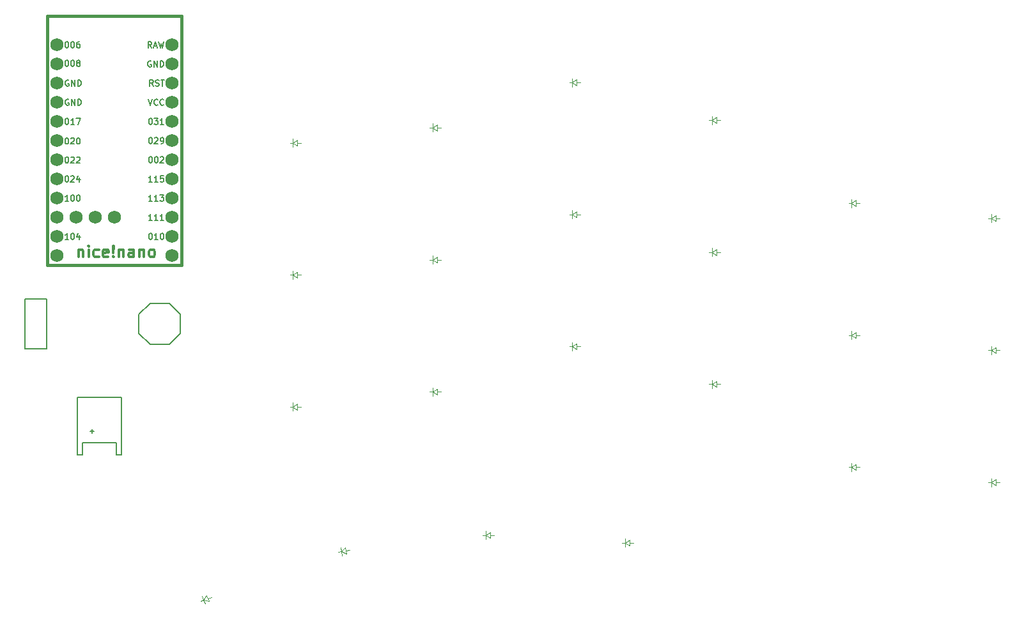
<source format=gbr>
%TF.GenerationSoftware,KiCad,Pcbnew,8.0.4*%
%TF.CreationDate,2024-08-22T13:25:09+01:00*%
%TF.ProjectId,right (v2 backup),72696768-7420-4287-9632-206261636b75,v1.0.0*%
%TF.SameCoordinates,Original*%
%TF.FileFunction,Legend,Top*%
%TF.FilePolarity,Positive*%
%FSLAX46Y46*%
G04 Gerber Fmt 4.6, Leading zero omitted, Abs format (unit mm)*
G04 Created by KiCad (PCBNEW 8.0.4) date 2024-08-22 13:25:09*
%MOMM*%
%LPD*%
G01*
G04 APERTURE LIST*
%ADD10C,0.150000*%
%ADD11C,0.300000*%
%ADD12C,0.100000*%
%ADD13C,0.381000*%
%ADD14C,1.752600*%
G04 APERTURE END LIST*
D10*
X276986512Y-29872904D02*
X276719845Y-29491951D01*
X276529369Y-29872904D02*
X276529369Y-29072904D01*
X276529369Y-29072904D02*
X276834131Y-29072904D01*
X276834131Y-29072904D02*
X276910321Y-29110999D01*
X276910321Y-29110999D02*
X276948416Y-29149094D01*
X276948416Y-29149094D02*
X276986512Y-29225285D01*
X276986512Y-29225285D02*
X276986512Y-29339570D01*
X276986512Y-29339570D02*
X276948416Y-29415761D01*
X276948416Y-29415761D02*
X276910321Y-29453856D01*
X276910321Y-29453856D02*
X276834131Y-29491951D01*
X276834131Y-29491951D02*
X276529369Y-29491951D01*
X277291273Y-29644332D02*
X277672226Y-29644332D01*
X277215083Y-29872904D02*
X277481750Y-29072904D01*
X277481750Y-29072904D02*
X277748416Y-29872904D01*
X277938892Y-29072904D02*
X278129368Y-29872904D01*
X278129368Y-29872904D02*
X278281749Y-29301475D01*
X278281749Y-29301475D02*
X278434130Y-29872904D01*
X278434130Y-29872904D02*
X278624607Y-29072904D01*
X276910321Y-31650999D02*
X276834131Y-31612904D01*
X276834131Y-31612904D02*
X276719845Y-31612904D01*
X276719845Y-31612904D02*
X276605559Y-31650999D01*
X276605559Y-31650999D02*
X276529369Y-31727189D01*
X276529369Y-31727189D02*
X276491274Y-31803380D01*
X276491274Y-31803380D02*
X276453178Y-31955761D01*
X276453178Y-31955761D02*
X276453178Y-32070047D01*
X276453178Y-32070047D02*
X276491274Y-32222428D01*
X276491274Y-32222428D02*
X276529369Y-32298618D01*
X276529369Y-32298618D02*
X276605559Y-32374809D01*
X276605559Y-32374809D02*
X276719845Y-32412904D01*
X276719845Y-32412904D02*
X276796036Y-32412904D01*
X276796036Y-32412904D02*
X276910321Y-32374809D01*
X276910321Y-32374809D02*
X276948417Y-32336713D01*
X276948417Y-32336713D02*
X276948417Y-32070047D01*
X276948417Y-32070047D02*
X276796036Y-32070047D01*
X277291274Y-32412904D02*
X277291274Y-31612904D01*
X277291274Y-31612904D02*
X277748417Y-32412904D01*
X277748417Y-32412904D02*
X277748417Y-31612904D01*
X278129369Y-32412904D02*
X278129369Y-31612904D01*
X278129369Y-31612904D02*
X278319845Y-31612904D01*
X278319845Y-31612904D02*
X278434131Y-31650999D01*
X278434131Y-31650999D02*
X278510321Y-31727189D01*
X278510321Y-31727189D02*
X278548416Y-31803380D01*
X278548416Y-31803380D02*
X278586512Y-31955761D01*
X278586512Y-31955761D02*
X278586512Y-32070047D01*
X278586512Y-32070047D02*
X278548416Y-32222428D01*
X278548416Y-32222428D02*
X278510321Y-32298618D01*
X278510321Y-32298618D02*
X278434131Y-32374809D01*
X278434131Y-32374809D02*
X278319845Y-32412904D01*
X278319845Y-32412904D02*
X278129369Y-32412904D01*
X277215083Y-34952904D02*
X276948416Y-34571951D01*
X276757940Y-34952904D02*
X276757940Y-34152904D01*
X276757940Y-34152904D02*
X277062702Y-34152904D01*
X277062702Y-34152904D02*
X277138892Y-34190999D01*
X277138892Y-34190999D02*
X277176987Y-34229094D01*
X277176987Y-34229094D02*
X277215083Y-34305285D01*
X277215083Y-34305285D02*
X277215083Y-34419570D01*
X277215083Y-34419570D02*
X277176987Y-34495761D01*
X277176987Y-34495761D02*
X277138892Y-34533856D01*
X277138892Y-34533856D02*
X277062702Y-34571951D01*
X277062702Y-34571951D02*
X276757940Y-34571951D01*
X277519844Y-34914809D02*
X277634130Y-34952904D01*
X277634130Y-34952904D02*
X277824606Y-34952904D01*
X277824606Y-34952904D02*
X277900797Y-34914809D01*
X277900797Y-34914809D02*
X277938892Y-34876713D01*
X277938892Y-34876713D02*
X277976987Y-34800523D01*
X277976987Y-34800523D02*
X277976987Y-34724332D01*
X277976987Y-34724332D02*
X277938892Y-34648142D01*
X277938892Y-34648142D02*
X277900797Y-34610047D01*
X277900797Y-34610047D02*
X277824606Y-34571951D01*
X277824606Y-34571951D02*
X277672225Y-34533856D01*
X277672225Y-34533856D02*
X277596035Y-34495761D01*
X277596035Y-34495761D02*
X277557940Y-34457666D01*
X277557940Y-34457666D02*
X277519844Y-34381475D01*
X277519844Y-34381475D02*
X277519844Y-34305285D01*
X277519844Y-34305285D02*
X277557940Y-34229094D01*
X277557940Y-34229094D02*
X277596035Y-34190999D01*
X277596035Y-34190999D02*
X277672225Y-34152904D01*
X277672225Y-34152904D02*
X277862702Y-34152904D01*
X277862702Y-34152904D02*
X277976987Y-34190999D01*
X278205559Y-34152904D02*
X278662702Y-34152904D01*
X278434130Y-34952904D02*
X278434130Y-34152904D01*
X276535702Y-36692904D02*
X276802369Y-37492904D01*
X276802369Y-37492904D02*
X277069035Y-36692904D01*
X277792845Y-37416713D02*
X277754749Y-37454809D01*
X277754749Y-37454809D02*
X277640464Y-37492904D01*
X277640464Y-37492904D02*
X277564273Y-37492904D01*
X277564273Y-37492904D02*
X277449987Y-37454809D01*
X277449987Y-37454809D02*
X277373797Y-37378618D01*
X277373797Y-37378618D02*
X277335702Y-37302428D01*
X277335702Y-37302428D02*
X277297606Y-37150047D01*
X277297606Y-37150047D02*
X277297606Y-37035761D01*
X277297606Y-37035761D02*
X277335702Y-36883380D01*
X277335702Y-36883380D02*
X277373797Y-36807189D01*
X277373797Y-36807189D02*
X277449987Y-36730999D01*
X277449987Y-36730999D02*
X277564273Y-36692904D01*
X277564273Y-36692904D02*
X277640464Y-36692904D01*
X277640464Y-36692904D02*
X277754749Y-36730999D01*
X277754749Y-36730999D02*
X277792845Y-36769094D01*
X278592845Y-37416713D02*
X278554749Y-37454809D01*
X278554749Y-37454809D02*
X278440464Y-37492904D01*
X278440464Y-37492904D02*
X278364273Y-37492904D01*
X278364273Y-37492904D02*
X278249987Y-37454809D01*
X278249987Y-37454809D02*
X278173797Y-37378618D01*
X278173797Y-37378618D02*
X278135702Y-37302428D01*
X278135702Y-37302428D02*
X278097606Y-37150047D01*
X278097606Y-37150047D02*
X278097606Y-37035761D01*
X278097606Y-37035761D02*
X278135702Y-36883380D01*
X278135702Y-36883380D02*
X278173797Y-36807189D01*
X278173797Y-36807189D02*
X278249987Y-36730999D01*
X278249987Y-36730999D02*
X278364273Y-36692904D01*
X278364273Y-36692904D02*
X278440464Y-36692904D01*
X278440464Y-36692904D02*
X278554749Y-36730999D01*
X278554749Y-36730999D02*
X278592845Y-36769094D01*
X276802369Y-39232904D02*
X276878559Y-39232904D01*
X276878559Y-39232904D02*
X276954750Y-39270999D01*
X276954750Y-39270999D02*
X276992845Y-39309094D01*
X276992845Y-39309094D02*
X277030940Y-39385285D01*
X277030940Y-39385285D02*
X277069035Y-39537666D01*
X277069035Y-39537666D02*
X277069035Y-39728142D01*
X277069035Y-39728142D02*
X277030940Y-39880523D01*
X277030940Y-39880523D02*
X276992845Y-39956713D01*
X276992845Y-39956713D02*
X276954750Y-39994809D01*
X276954750Y-39994809D02*
X276878559Y-40032904D01*
X276878559Y-40032904D02*
X276802369Y-40032904D01*
X276802369Y-40032904D02*
X276726178Y-39994809D01*
X276726178Y-39994809D02*
X276688083Y-39956713D01*
X276688083Y-39956713D02*
X276649988Y-39880523D01*
X276649988Y-39880523D02*
X276611892Y-39728142D01*
X276611892Y-39728142D02*
X276611892Y-39537666D01*
X276611892Y-39537666D02*
X276649988Y-39385285D01*
X276649988Y-39385285D02*
X276688083Y-39309094D01*
X276688083Y-39309094D02*
X276726178Y-39270999D01*
X276726178Y-39270999D02*
X276802369Y-39232904D01*
X277335702Y-39232904D02*
X277830940Y-39232904D01*
X277830940Y-39232904D02*
X277564274Y-39537666D01*
X277564274Y-39537666D02*
X277678559Y-39537666D01*
X277678559Y-39537666D02*
X277754750Y-39575761D01*
X277754750Y-39575761D02*
X277792845Y-39613856D01*
X277792845Y-39613856D02*
X277830940Y-39690047D01*
X277830940Y-39690047D02*
X277830940Y-39880523D01*
X277830940Y-39880523D02*
X277792845Y-39956713D01*
X277792845Y-39956713D02*
X277754750Y-39994809D01*
X277754750Y-39994809D02*
X277678559Y-40032904D01*
X277678559Y-40032904D02*
X277449988Y-40032904D01*
X277449988Y-40032904D02*
X277373797Y-39994809D01*
X277373797Y-39994809D02*
X277335702Y-39956713D01*
X278592845Y-40032904D02*
X278135702Y-40032904D01*
X278364274Y-40032904D02*
X278364274Y-39232904D01*
X278364274Y-39232904D02*
X278288083Y-39347189D01*
X278288083Y-39347189D02*
X278211893Y-39423380D01*
X278211893Y-39423380D02*
X278135702Y-39461475D01*
X276802369Y-41772904D02*
X276878559Y-41772904D01*
X276878559Y-41772904D02*
X276954750Y-41810999D01*
X276954750Y-41810999D02*
X276992845Y-41849094D01*
X276992845Y-41849094D02*
X277030940Y-41925285D01*
X277030940Y-41925285D02*
X277069035Y-42077666D01*
X277069035Y-42077666D02*
X277069035Y-42268142D01*
X277069035Y-42268142D02*
X277030940Y-42420523D01*
X277030940Y-42420523D02*
X276992845Y-42496713D01*
X276992845Y-42496713D02*
X276954750Y-42534809D01*
X276954750Y-42534809D02*
X276878559Y-42572904D01*
X276878559Y-42572904D02*
X276802369Y-42572904D01*
X276802369Y-42572904D02*
X276726178Y-42534809D01*
X276726178Y-42534809D02*
X276688083Y-42496713D01*
X276688083Y-42496713D02*
X276649988Y-42420523D01*
X276649988Y-42420523D02*
X276611892Y-42268142D01*
X276611892Y-42268142D02*
X276611892Y-42077666D01*
X276611892Y-42077666D02*
X276649988Y-41925285D01*
X276649988Y-41925285D02*
X276688083Y-41849094D01*
X276688083Y-41849094D02*
X276726178Y-41810999D01*
X276726178Y-41810999D02*
X276802369Y-41772904D01*
X277373797Y-41849094D02*
X277411893Y-41810999D01*
X277411893Y-41810999D02*
X277488083Y-41772904D01*
X277488083Y-41772904D02*
X277678559Y-41772904D01*
X277678559Y-41772904D02*
X277754750Y-41810999D01*
X277754750Y-41810999D02*
X277792845Y-41849094D01*
X277792845Y-41849094D02*
X277830940Y-41925285D01*
X277830940Y-41925285D02*
X277830940Y-42001475D01*
X277830940Y-42001475D02*
X277792845Y-42115761D01*
X277792845Y-42115761D02*
X277335702Y-42572904D01*
X277335702Y-42572904D02*
X277830940Y-42572904D01*
X278211893Y-42572904D02*
X278364274Y-42572904D01*
X278364274Y-42572904D02*
X278440464Y-42534809D01*
X278440464Y-42534809D02*
X278478560Y-42496713D01*
X278478560Y-42496713D02*
X278554750Y-42382428D01*
X278554750Y-42382428D02*
X278592845Y-42230047D01*
X278592845Y-42230047D02*
X278592845Y-41925285D01*
X278592845Y-41925285D02*
X278554750Y-41849094D01*
X278554750Y-41849094D02*
X278516655Y-41810999D01*
X278516655Y-41810999D02*
X278440464Y-41772904D01*
X278440464Y-41772904D02*
X278288083Y-41772904D01*
X278288083Y-41772904D02*
X278211893Y-41810999D01*
X278211893Y-41810999D02*
X278173798Y-41849094D01*
X278173798Y-41849094D02*
X278135702Y-41925285D01*
X278135702Y-41925285D02*
X278135702Y-42115761D01*
X278135702Y-42115761D02*
X278173798Y-42191951D01*
X278173798Y-42191951D02*
X278211893Y-42230047D01*
X278211893Y-42230047D02*
X278288083Y-42268142D01*
X278288083Y-42268142D02*
X278440464Y-42268142D01*
X278440464Y-42268142D02*
X278516655Y-42230047D01*
X278516655Y-42230047D02*
X278554750Y-42191951D01*
X278554750Y-42191951D02*
X278592845Y-42115761D01*
X276802369Y-44312904D02*
X276878559Y-44312904D01*
X276878559Y-44312904D02*
X276954750Y-44350999D01*
X276954750Y-44350999D02*
X276992845Y-44389094D01*
X276992845Y-44389094D02*
X277030940Y-44465285D01*
X277030940Y-44465285D02*
X277069035Y-44617666D01*
X277069035Y-44617666D02*
X277069035Y-44808142D01*
X277069035Y-44808142D02*
X277030940Y-44960523D01*
X277030940Y-44960523D02*
X276992845Y-45036713D01*
X276992845Y-45036713D02*
X276954750Y-45074809D01*
X276954750Y-45074809D02*
X276878559Y-45112904D01*
X276878559Y-45112904D02*
X276802369Y-45112904D01*
X276802369Y-45112904D02*
X276726178Y-45074809D01*
X276726178Y-45074809D02*
X276688083Y-45036713D01*
X276688083Y-45036713D02*
X276649988Y-44960523D01*
X276649988Y-44960523D02*
X276611892Y-44808142D01*
X276611892Y-44808142D02*
X276611892Y-44617666D01*
X276611892Y-44617666D02*
X276649988Y-44465285D01*
X276649988Y-44465285D02*
X276688083Y-44389094D01*
X276688083Y-44389094D02*
X276726178Y-44350999D01*
X276726178Y-44350999D02*
X276802369Y-44312904D01*
X277564274Y-44312904D02*
X277640464Y-44312904D01*
X277640464Y-44312904D02*
X277716655Y-44350999D01*
X277716655Y-44350999D02*
X277754750Y-44389094D01*
X277754750Y-44389094D02*
X277792845Y-44465285D01*
X277792845Y-44465285D02*
X277830940Y-44617666D01*
X277830940Y-44617666D02*
X277830940Y-44808142D01*
X277830940Y-44808142D02*
X277792845Y-44960523D01*
X277792845Y-44960523D02*
X277754750Y-45036713D01*
X277754750Y-45036713D02*
X277716655Y-45074809D01*
X277716655Y-45074809D02*
X277640464Y-45112904D01*
X277640464Y-45112904D02*
X277564274Y-45112904D01*
X277564274Y-45112904D02*
X277488083Y-45074809D01*
X277488083Y-45074809D02*
X277449988Y-45036713D01*
X277449988Y-45036713D02*
X277411893Y-44960523D01*
X277411893Y-44960523D02*
X277373797Y-44808142D01*
X277373797Y-44808142D02*
X277373797Y-44617666D01*
X277373797Y-44617666D02*
X277411893Y-44465285D01*
X277411893Y-44465285D02*
X277449988Y-44389094D01*
X277449988Y-44389094D02*
X277488083Y-44350999D01*
X277488083Y-44350999D02*
X277564274Y-44312904D01*
X278135702Y-44389094D02*
X278173798Y-44350999D01*
X278173798Y-44350999D02*
X278249988Y-44312904D01*
X278249988Y-44312904D02*
X278440464Y-44312904D01*
X278440464Y-44312904D02*
X278516655Y-44350999D01*
X278516655Y-44350999D02*
X278554750Y-44389094D01*
X278554750Y-44389094D02*
X278592845Y-44465285D01*
X278592845Y-44465285D02*
X278592845Y-44541475D01*
X278592845Y-44541475D02*
X278554750Y-44655761D01*
X278554750Y-44655761D02*
X278097607Y-45112904D01*
X278097607Y-45112904D02*
X278592845Y-45112904D01*
X277069035Y-47652904D02*
X276611892Y-47652904D01*
X276840464Y-47652904D02*
X276840464Y-46852904D01*
X276840464Y-46852904D02*
X276764273Y-46967189D01*
X276764273Y-46967189D02*
X276688083Y-47043380D01*
X276688083Y-47043380D02*
X276611892Y-47081475D01*
X277830940Y-47652904D02*
X277373797Y-47652904D01*
X277602369Y-47652904D02*
X277602369Y-46852904D01*
X277602369Y-46852904D02*
X277526178Y-46967189D01*
X277526178Y-46967189D02*
X277449988Y-47043380D01*
X277449988Y-47043380D02*
X277373797Y-47081475D01*
X278554750Y-46852904D02*
X278173798Y-46852904D01*
X278173798Y-46852904D02*
X278135702Y-47233856D01*
X278135702Y-47233856D02*
X278173798Y-47195761D01*
X278173798Y-47195761D02*
X278249988Y-47157666D01*
X278249988Y-47157666D02*
X278440464Y-47157666D01*
X278440464Y-47157666D02*
X278516655Y-47195761D01*
X278516655Y-47195761D02*
X278554750Y-47233856D01*
X278554750Y-47233856D02*
X278592845Y-47310047D01*
X278592845Y-47310047D02*
X278592845Y-47500523D01*
X278592845Y-47500523D02*
X278554750Y-47576713D01*
X278554750Y-47576713D02*
X278516655Y-47614809D01*
X278516655Y-47614809D02*
X278440464Y-47652904D01*
X278440464Y-47652904D02*
X278249988Y-47652904D01*
X278249988Y-47652904D02*
X278173798Y-47614809D01*
X278173798Y-47614809D02*
X278135702Y-47576713D01*
X277069035Y-50192904D02*
X276611892Y-50192904D01*
X276840464Y-50192904D02*
X276840464Y-49392904D01*
X276840464Y-49392904D02*
X276764273Y-49507189D01*
X276764273Y-49507189D02*
X276688083Y-49583380D01*
X276688083Y-49583380D02*
X276611892Y-49621475D01*
X277830940Y-50192904D02*
X277373797Y-50192904D01*
X277602369Y-50192904D02*
X277602369Y-49392904D01*
X277602369Y-49392904D02*
X277526178Y-49507189D01*
X277526178Y-49507189D02*
X277449988Y-49583380D01*
X277449988Y-49583380D02*
X277373797Y-49621475D01*
X278097607Y-49392904D02*
X278592845Y-49392904D01*
X278592845Y-49392904D02*
X278326179Y-49697666D01*
X278326179Y-49697666D02*
X278440464Y-49697666D01*
X278440464Y-49697666D02*
X278516655Y-49735761D01*
X278516655Y-49735761D02*
X278554750Y-49773856D01*
X278554750Y-49773856D02*
X278592845Y-49850047D01*
X278592845Y-49850047D02*
X278592845Y-50040523D01*
X278592845Y-50040523D02*
X278554750Y-50116713D01*
X278554750Y-50116713D02*
X278516655Y-50154809D01*
X278516655Y-50154809D02*
X278440464Y-50192904D01*
X278440464Y-50192904D02*
X278211893Y-50192904D01*
X278211893Y-50192904D02*
X278135702Y-50154809D01*
X278135702Y-50154809D02*
X278097607Y-50116713D01*
X277069035Y-52732904D02*
X276611892Y-52732904D01*
X276840464Y-52732904D02*
X276840464Y-51932904D01*
X276840464Y-51932904D02*
X276764273Y-52047189D01*
X276764273Y-52047189D02*
X276688083Y-52123380D01*
X276688083Y-52123380D02*
X276611892Y-52161475D01*
X277830940Y-52732904D02*
X277373797Y-52732904D01*
X277602369Y-52732904D02*
X277602369Y-51932904D01*
X277602369Y-51932904D02*
X277526178Y-52047189D01*
X277526178Y-52047189D02*
X277449988Y-52123380D01*
X277449988Y-52123380D02*
X277373797Y-52161475D01*
X278592845Y-52732904D02*
X278135702Y-52732904D01*
X278364274Y-52732904D02*
X278364274Y-51932904D01*
X278364274Y-51932904D02*
X278288083Y-52047189D01*
X278288083Y-52047189D02*
X278211893Y-52123380D01*
X278211893Y-52123380D02*
X278135702Y-52161475D01*
X276802369Y-54472904D02*
X276878559Y-54472904D01*
X276878559Y-54472904D02*
X276954750Y-54510999D01*
X276954750Y-54510999D02*
X276992845Y-54549094D01*
X276992845Y-54549094D02*
X277030940Y-54625285D01*
X277030940Y-54625285D02*
X277069035Y-54777666D01*
X277069035Y-54777666D02*
X277069035Y-54968142D01*
X277069035Y-54968142D02*
X277030940Y-55120523D01*
X277030940Y-55120523D02*
X276992845Y-55196713D01*
X276992845Y-55196713D02*
X276954750Y-55234809D01*
X276954750Y-55234809D02*
X276878559Y-55272904D01*
X276878559Y-55272904D02*
X276802369Y-55272904D01*
X276802369Y-55272904D02*
X276726178Y-55234809D01*
X276726178Y-55234809D02*
X276688083Y-55196713D01*
X276688083Y-55196713D02*
X276649988Y-55120523D01*
X276649988Y-55120523D02*
X276611892Y-54968142D01*
X276611892Y-54968142D02*
X276611892Y-54777666D01*
X276611892Y-54777666D02*
X276649988Y-54625285D01*
X276649988Y-54625285D02*
X276688083Y-54549094D01*
X276688083Y-54549094D02*
X276726178Y-54510999D01*
X276726178Y-54510999D02*
X276802369Y-54472904D01*
X277830940Y-55272904D02*
X277373797Y-55272904D01*
X277602369Y-55272904D02*
X277602369Y-54472904D01*
X277602369Y-54472904D02*
X277526178Y-54587189D01*
X277526178Y-54587189D02*
X277449988Y-54663380D01*
X277449988Y-54663380D02*
X277373797Y-54701475D01*
X278326179Y-54472904D02*
X278402369Y-54472904D01*
X278402369Y-54472904D02*
X278478560Y-54510999D01*
X278478560Y-54510999D02*
X278516655Y-54549094D01*
X278516655Y-54549094D02*
X278554750Y-54625285D01*
X278554750Y-54625285D02*
X278592845Y-54777666D01*
X278592845Y-54777666D02*
X278592845Y-54968142D01*
X278592845Y-54968142D02*
X278554750Y-55120523D01*
X278554750Y-55120523D02*
X278516655Y-55196713D01*
X278516655Y-55196713D02*
X278478560Y-55234809D01*
X278478560Y-55234809D02*
X278402369Y-55272904D01*
X278402369Y-55272904D02*
X278326179Y-55272904D01*
X278326179Y-55272904D02*
X278249988Y-55234809D01*
X278249988Y-55234809D02*
X278211893Y-55196713D01*
X278211893Y-55196713D02*
X278173798Y-55120523D01*
X278173798Y-55120523D02*
X278135702Y-54968142D01*
X278135702Y-54968142D02*
X278135702Y-54777666D01*
X278135702Y-54777666D02*
X278173798Y-54625285D01*
X278173798Y-54625285D02*
X278211893Y-54549094D01*
X278211893Y-54549094D02*
X278249988Y-54510999D01*
X278249988Y-54510999D02*
X278326179Y-54472904D01*
X265727988Y-29072904D02*
X265804178Y-29072904D01*
X265804178Y-29072904D02*
X265880369Y-29110999D01*
X265880369Y-29110999D02*
X265918464Y-29149094D01*
X265918464Y-29149094D02*
X265956559Y-29225285D01*
X265956559Y-29225285D02*
X265994654Y-29377666D01*
X265994654Y-29377666D02*
X265994654Y-29568142D01*
X265994654Y-29568142D02*
X265956559Y-29720523D01*
X265956559Y-29720523D02*
X265918464Y-29796713D01*
X265918464Y-29796713D02*
X265880369Y-29834809D01*
X265880369Y-29834809D02*
X265804178Y-29872904D01*
X265804178Y-29872904D02*
X265727988Y-29872904D01*
X265727988Y-29872904D02*
X265651797Y-29834809D01*
X265651797Y-29834809D02*
X265613702Y-29796713D01*
X265613702Y-29796713D02*
X265575607Y-29720523D01*
X265575607Y-29720523D02*
X265537511Y-29568142D01*
X265537511Y-29568142D02*
X265537511Y-29377666D01*
X265537511Y-29377666D02*
X265575607Y-29225285D01*
X265575607Y-29225285D02*
X265613702Y-29149094D01*
X265613702Y-29149094D02*
X265651797Y-29110999D01*
X265651797Y-29110999D02*
X265727988Y-29072904D01*
X266489893Y-29072904D02*
X266566083Y-29072904D01*
X266566083Y-29072904D02*
X266642274Y-29110999D01*
X266642274Y-29110999D02*
X266680369Y-29149094D01*
X266680369Y-29149094D02*
X266718464Y-29225285D01*
X266718464Y-29225285D02*
X266756559Y-29377666D01*
X266756559Y-29377666D02*
X266756559Y-29568142D01*
X266756559Y-29568142D02*
X266718464Y-29720523D01*
X266718464Y-29720523D02*
X266680369Y-29796713D01*
X266680369Y-29796713D02*
X266642274Y-29834809D01*
X266642274Y-29834809D02*
X266566083Y-29872904D01*
X266566083Y-29872904D02*
X266489893Y-29872904D01*
X266489893Y-29872904D02*
X266413702Y-29834809D01*
X266413702Y-29834809D02*
X266375607Y-29796713D01*
X266375607Y-29796713D02*
X266337512Y-29720523D01*
X266337512Y-29720523D02*
X266299416Y-29568142D01*
X266299416Y-29568142D02*
X266299416Y-29377666D01*
X266299416Y-29377666D02*
X266337512Y-29225285D01*
X266337512Y-29225285D02*
X266375607Y-29149094D01*
X266375607Y-29149094D02*
X266413702Y-29110999D01*
X266413702Y-29110999D02*
X266489893Y-29072904D01*
X267442274Y-29072904D02*
X267289893Y-29072904D01*
X267289893Y-29072904D02*
X267213702Y-29110999D01*
X267213702Y-29110999D02*
X267175607Y-29149094D01*
X267175607Y-29149094D02*
X267099417Y-29263380D01*
X267099417Y-29263380D02*
X267061321Y-29415761D01*
X267061321Y-29415761D02*
X267061321Y-29720523D01*
X267061321Y-29720523D02*
X267099417Y-29796713D01*
X267099417Y-29796713D02*
X267137512Y-29834809D01*
X267137512Y-29834809D02*
X267213702Y-29872904D01*
X267213702Y-29872904D02*
X267366083Y-29872904D01*
X267366083Y-29872904D02*
X267442274Y-29834809D01*
X267442274Y-29834809D02*
X267480369Y-29796713D01*
X267480369Y-29796713D02*
X267518464Y-29720523D01*
X267518464Y-29720523D02*
X267518464Y-29530047D01*
X267518464Y-29530047D02*
X267480369Y-29453856D01*
X267480369Y-29453856D02*
X267442274Y-29415761D01*
X267442274Y-29415761D02*
X267366083Y-29377666D01*
X267366083Y-29377666D02*
X267213702Y-29377666D01*
X267213702Y-29377666D02*
X267137512Y-29415761D01*
X267137512Y-29415761D02*
X267099417Y-29453856D01*
X267099417Y-29453856D02*
X267061321Y-29530047D01*
X265727988Y-31542904D02*
X265804178Y-31542904D01*
X265804178Y-31542904D02*
X265880369Y-31580999D01*
X265880369Y-31580999D02*
X265918464Y-31619094D01*
X265918464Y-31619094D02*
X265956559Y-31695285D01*
X265956559Y-31695285D02*
X265994654Y-31847666D01*
X265994654Y-31847666D02*
X265994654Y-32038142D01*
X265994654Y-32038142D02*
X265956559Y-32190523D01*
X265956559Y-32190523D02*
X265918464Y-32266713D01*
X265918464Y-32266713D02*
X265880369Y-32304809D01*
X265880369Y-32304809D02*
X265804178Y-32342904D01*
X265804178Y-32342904D02*
X265727988Y-32342904D01*
X265727988Y-32342904D02*
X265651797Y-32304809D01*
X265651797Y-32304809D02*
X265613702Y-32266713D01*
X265613702Y-32266713D02*
X265575607Y-32190523D01*
X265575607Y-32190523D02*
X265537511Y-32038142D01*
X265537511Y-32038142D02*
X265537511Y-31847666D01*
X265537511Y-31847666D02*
X265575607Y-31695285D01*
X265575607Y-31695285D02*
X265613702Y-31619094D01*
X265613702Y-31619094D02*
X265651797Y-31580999D01*
X265651797Y-31580999D02*
X265727988Y-31542904D01*
X266489893Y-31542904D02*
X266566083Y-31542904D01*
X266566083Y-31542904D02*
X266642274Y-31580999D01*
X266642274Y-31580999D02*
X266680369Y-31619094D01*
X266680369Y-31619094D02*
X266718464Y-31695285D01*
X266718464Y-31695285D02*
X266756559Y-31847666D01*
X266756559Y-31847666D02*
X266756559Y-32038142D01*
X266756559Y-32038142D02*
X266718464Y-32190523D01*
X266718464Y-32190523D02*
X266680369Y-32266713D01*
X266680369Y-32266713D02*
X266642274Y-32304809D01*
X266642274Y-32304809D02*
X266566083Y-32342904D01*
X266566083Y-32342904D02*
X266489893Y-32342904D01*
X266489893Y-32342904D02*
X266413702Y-32304809D01*
X266413702Y-32304809D02*
X266375607Y-32266713D01*
X266375607Y-32266713D02*
X266337512Y-32190523D01*
X266337512Y-32190523D02*
X266299416Y-32038142D01*
X266299416Y-32038142D02*
X266299416Y-31847666D01*
X266299416Y-31847666D02*
X266337512Y-31695285D01*
X266337512Y-31695285D02*
X266375607Y-31619094D01*
X266375607Y-31619094D02*
X266413702Y-31580999D01*
X266413702Y-31580999D02*
X266489893Y-31542904D01*
X267213702Y-31885761D02*
X267137512Y-31847666D01*
X267137512Y-31847666D02*
X267099417Y-31809570D01*
X267099417Y-31809570D02*
X267061321Y-31733380D01*
X267061321Y-31733380D02*
X267061321Y-31695285D01*
X267061321Y-31695285D02*
X267099417Y-31619094D01*
X267099417Y-31619094D02*
X267137512Y-31580999D01*
X267137512Y-31580999D02*
X267213702Y-31542904D01*
X267213702Y-31542904D02*
X267366083Y-31542904D01*
X267366083Y-31542904D02*
X267442274Y-31580999D01*
X267442274Y-31580999D02*
X267480369Y-31619094D01*
X267480369Y-31619094D02*
X267518464Y-31695285D01*
X267518464Y-31695285D02*
X267518464Y-31733380D01*
X267518464Y-31733380D02*
X267480369Y-31809570D01*
X267480369Y-31809570D02*
X267442274Y-31847666D01*
X267442274Y-31847666D02*
X267366083Y-31885761D01*
X267366083Y-31885761D02*
X267213702Y-31885761D01*
X267213702Y-31885761D02*
X267137512Y-31923856D01*
X267137512Y-31923856D02*
X267099417Y-31961951D01*
X267099417Y-31961951D02*
X267061321Y-32038142D01*
X267061321Y-32038142D02*
X267061321Y-32190523D01*
X267061321Y-32190523D02*
X267099417Y-32266713D01*
X267099417Y-32266713D02*
X267137512Y-32304809D01*
X267137512Y-32304809D02*
X267213702Y-32342904D01*
X267213702Y-32342904D02*
X267366083Y-32342904D01*
X267366083Y-32342904D02*
X267442274Y-32304809D01*
X267442274Y-32304809D02*
X267480369Y-32266713D01*
X267480369Y-32266713D02*
X267518464Y-32190523D01*
X267518464Y-32190523D02*
X267518464Y-32038142D01*
X267518464Y-32038142D02*
X267480369Y-31961951D01*
X267480369Y-31961951D02*
X267442274Y-31923856D01*
X267442274Y-31923856D02*
X267366083Y-31885761D01*
X265994654Y-34190999D02*
X265918464Y-34152904D01*
X265918464Y-34152904D02*
X265804178Y-34152904D01*
X265804178Y-34152904D02*
X265689892Y-34190999D01*
X265689892Y-34190999D02*
X265613702Y-34267189D01*
X265613702Y-34267189D02*
X265575607Y-34343380D01*
X265575607Y-34343380D02*
X265537511Y-34495761D01*
X265537511Y-34495761D02*
X265537511Y-34610047D01*
X265537511Y-34610047D02*
X265575607Y-34762428D01*
X265575607Y-34762428D02*
X265613702Y-34838618D01*
X265613702Y-34838618D02*
X265689892Y-34914809D01*
X265689892Y-34914809D02*
X265804178Y-34952904D01*
X265804178Y-34952904D02*
X265880369Y-34952904D01*
X265880369Y-34952904D02*
X265994654Y-34914809D01*
X265994654Y-34914809D02*
X266032750Y-34876713D01*
X266032750Y-34876713D02*
X266032750Y-34610047D01*
X266032750Y-34610047D02*
X265880369Y-34610047D01*
X266375607Y-34952904D02*
X266375607Y-34152904D01*
X266375607Y-34152904D02*
X266832750Y-34952904D01*
X266832750Y-34952904D02*
X266832750Y-34152904D01*
X267213702Y-34952904D02*
X267213702Y-34152904D01*
X267213702Y-34152904D02*
X267404178Y-34152904D01*
X267404178Y-34152904D02*
X267518464Y-34190999D01*
X267518464Y-34190999D02*
X267594654Y-34267189D01*
X267594654Y-34267189D02*
X267632749Y-34343380D01*
X267632749Y-34343380D02*
X267670845Y-34495761D01*
X267670845Y-34495761D02*
X267670845Y-34610047D01*
X267670845Y-34610047D02*
X267632749Y-34762428D01*
X267632749Y-34762428D02*
X267594654Y-34838618D01*
X267594654Y-34838618D02*
X267518464Y-34914809D01*
X267518464Y-34914809D02*
X267404178Y-34952904D01*
X267404178Y-34952904D02*
X267213702Y-34952904D01*
X265994655Y-36730999D02*
X265918465Y-36692904D01*
X265918465Y-36692904D02*
X265804179Y-36692904D01*
X265804179Y-36692904D02*
X265689893Y-36730999D01*
X265689893Y-36730999D02*
X265613703Y-36807189D01*
X265613703Y-36807189D02*
X265575608Y-36883380D01*
X265575608Y-36883380D02*
X265537512Y-37035761D01*
X265537512Y-37035761D02*
X265537512Y-37150047D01*
X265537512Y-37150047D02*
X265575608Y-37302428D01*
X265575608Y-37302428D02*
X265613703Y-37378618D01*
X265613703Y-37378618D02*
X265689893Y-37454809D01*
X265689893Y-37454809D02*
X265804179Y-37492904D01*
X265804179Y-37492904D02*
X265880370Y-37492904D01*
X265880370Y-37492904D02*
X265994655Y-37454809D01*
X265994655Y-37454809D02*
X266032751Y-37416713D01*
X266032751Y-37416713D02*
X266032751Y-37150047D01*
X266032751Y-37150047D02*
X265880370Y-37150047D01*
X266375608Y-37492904D02*
X266375608Y-36692904D01*
X266375608Y-36692904D02*
X266832751Y-37492904D01*
X266832751Y-37492904D02*
X266832751Y-36692904D01*
X267213703Y-37492904D02*
X267213703Y-36692904D01*
X267213703Y-36692904D02*
X267404179Y-36692904D01*
X267404179Y-36692904D02*
X267518465Y-36730999D01*
X267518465Y-36730999D02*
X267594655Y-36807189D01*
X267594655Y-36807189D02*
X267632750Y-36883380D01*
X267632750Y-36883380D02*
X267670846Y-37035761D01*
X267670846Y-37035761D02*
X267670846Y-37150047D01*
X267670846Y-37150047D02*
X267632750Y-37302428D01*
X267632750Y-37302428D02*
X267594655Y-37378618D01*
X267594655Y-37378618D02*
X267518465Y-37454809D01*
X267518465Y-37454809D02*
X267404179Y-37492904D01*
X267404179Y-37492904D02*
X267213703Y-37492904D01*
X265727988Y-39242904D02*
X265804178Y-39242904D01*
X265804178Y-39242904D02*
X265880369Y-39280999D01*
X265880369Y-39280999D02*
X265918464Y-39319094D01*
X265918464Y-39319094D02*
X265956559Y-39395285D01*
X265956559Y-39395285D02*
X265994654Y-39547666D01*
X265994654Y-39547666D02*
X265994654Y-39738142D01*
X265994654Y-39738142D02*
X265956559Y-39890523D01*
X265956559Y-39890523D02*
X265918464Y-39966713D01*
X265918464Y-39966713D02*
X265880369Y-40004809D01*
X265880369Y-40004809D02*
X265804178Y-40042904D01*
X265804178Y-40042904D02*
X265727988Y-40042904D01*
X265727988Y-40042904D02*
X265651797Y-40004809D01*
X265651797Y-40004809D02*
X265613702Y-39966713D01*
X265613702Y-39966713D02*
X265575607Y-39890523D01*
X265575607Y-39890523D02*
X265537511Y-39738142D01*
X265537511Y-39738142D02*
X265537511Y-39547666D01*
X265537511Y-39547666D02*
X265575607Y-39395285D01*
X265575607Y-39395285D02*
X265613702Y-39319094D01*
X265613702Y-39319094D02*
X265651797Y-39280999D01*
X265651797Y-39280999D02*
X265727988Y-39242904D01*
X266756559Y-40042904D02*
X266299416Y-40042904D01*
X266527988Y-40042904D02*
X266527988Y-39242904D01*
X266527988Y-39242904D02*
X266451797Y-39357189D01*
X266451797Y-39357189D02*
X266375607Y-39433380D01*
X266375607Y-39433380D02*
X266299416Y-39471475D01*
X267023226Y-39242904D02*
X267556560Y-39242904D01*
X267556560Y-39242904D02*
X267213702Y-40042904D01*
X265727988Y-41842904D02*
X265804178Y-41842904D01*
X265804178Y-41842904D02*
X265880369Y-41880999D01*
X265880369Y-41880999D02*
X265918464Y-41919094D01*
X265918464Y-41919094D02*
X265956559Y-41995285D01*
X265956559Y-41995285D02*
X265994654Y-42147666D01*
X265994654Y-42147666D02*
X265994654Y-42338142D01*
X265994654Y-42338142D02*
X265956559Y-42490523D01*
X265956559Y-42490523D02*
X265918464Y-42566713D01*
X265918464Y-42566713D02*
X265880369Y-42604809D01*
X265880369Y-42604809D02*
X265804178Y-42642904D01*
X265804178Y-42642904D02*
X265727988Y-42642904D01*
X265727988Y-42642904D02*
X265651797Y-42604809D01*
X265651797Y-42604809D02*
X265613702Y-42566713D01*
X265613702Y-42566713D02*
X265575607Y-42490523D01*
X265575607Y-42490523D02*
X265537511Y-42338142D01*
X265537511Y-42338142D02*
X265537511Y-42147666D01*
X265537511Y-42147666D02*
X265575607Y-41995285D01*
X265575607Y-41995285D02*
X265613702Y-41919094D01*
X265613702Y-41919094D02*
X265651797Y-41880999D01*
X265651797Y-41880999D02*
X265727988Y-41842904D01*
X266299416Y-41919094D02*
X266337512Y-41880999D01*
X266337512Y-41880999D02*
X266413702Y-41842904D01*
X266413702Y-41842904D02*
X266604178Y-41842904D01*
X266604178Y-41842904D02*
X266680369Y-41880999D01*
X266680369Y-41880999D02*
X266718464Y-41919094D01*
X266718464Y-41919094D02*
X266756559Y-41995285D01*
X266756559Y-41995285D02*
X266756559Y-42071475D01*
X266756559Y-42071475D02*
X266718464Y-42185761D01*
X266718464Y-42185761D02*
X266261321Y-42642904D01*
X266261321Y-42642904D02*
X266756559Y-42642904D01*
X267251798Y-41842904D02*
X267327988Y-41842904D01*
X267327988Y-41842904D02*
X267404179Y-41880999D01*
X267404179Y-41880999D02*
X267442274Y-41919094D01*
X267442274Y-41919094D02*
X267480369Y-41995285D01*
X267480369Y-41995285D02*
X267518464Y-42147666D01*
X267518464Y-42147666D02*
X267518464Y-42338142D01*
X267518464Y-42338142D02*
X267480369Y-42490523D01*
X267480369Y-42490523D02*
X267442274Y-42566713D01*
X267442274Y-42566713D02*
X267404179Y-42604809D01*
X267404179Y-42604809D02*
X267327988Y-42642904D01*
X267327988Y-42642904D02*
X267251798Y-42642904D01*
X267251798Y-42642904D02*
X267175607Y-42604809D01*
X267175607Y-42604809D02*
X267137512Y-42566713D01*
X267137512Y-42566713D02*
X267099417Y-42490523D01*
X267099417Y-42490523D02*
X267061321Y-42338142D01*
X267061321Y-42338142D02*
X267061321Y-42147666D01*
X267061321Y-42147666D02*
X267099417Y-41995285D01*
X267099417Y-41995285D02*
X267137512Y-41919094D01*
X267137512Y-41919094D02*
X267175607Y-41880999D01*
X267175607Y-41880999D02*
X267251798Y-41842904D01*
X265727988Y-44342904D02*
X265804178Y-44342904D01*
X265804178Y-44342904D02*
X265880369Y-44380999D01*
X265880369Y-44380999D02*
X265918464Y-44419094D01*
X265918464Y-44419094D02*
X265956559Y-44495285D01*
X265956559Y-44495285D02*
X265994654Y-44647666D01*
X265994654Y-44647666D02*
X265994654Y-44838142D01*
X265994654Y-44838142D02*
X265956559Y-44990523D01*
X265956559Y-44990523D02*
X265918464Y-45066713D01*
X265918464Y-45066713D02*
X265880369Y-45104809D01*
X265880369Y-45104809D02*
X265804178Y-45142904D01*
X265804178Y-45142904D02*
X265727988Y-45142904D01*
X265727988Y-45142904D02*
X265651797Y-45104809D01*
X265651797Y-45104809D02*
X265613702Y-45066713D01*
X265613702Y-45066713D02*
X265575607Y-44990523D01*
X265575607Y-44990523D02*
X265537511Y-44838142D01*
X265537511Y-44838142D02*
X265537511Y-44647666D01*
X265537511Y-44647666D02*
X265575607Y-44495285D01*
X265575607Y-44495285D02*
X265613702Y-44419094D01*
X265613702Y-44419094D02*
X265651797Y-44380999D01*
X265651797Y-44380999D02*
X265727988Y-44342904D01*
X266299416Y-44419094D02*
X266337512Y-44380999D01*
X266337512Y-44380999D02*
X266413702Y-44342904D01*
X266413702Y-44342904D02*
X266604178Y-44342904D01*
X266604178Y-44342904D02*
X266680369Y-44380999D01*
X266680369Y-44380999D02*
X266718464Y-44419094D01*
X266718464Y-44419094D02*
X266756559Y-44495285D01*
X266756559Y-44495285D02*
X266756559Y-44571475D01*
X266756559Y-44571475D02*
X266718464Y-44685761D01*
X266718464Y-44685761D02*
X266261321Y-45142904D01*
X266261321Y-45142904D02*
X266756559Y-45142904D01*
X267061321Y-44419094D02*
X267099417Y-44380999D01*
X267099417Y-44380999D02*
X267175607Y-44342904D01*
X267175607Y-44342904D02*
X267366083Y-44342904D01*
X267366083Y-44342904D02*
X267442274Y-44380999D01*
X267442274Y-44380999D02*
X267480369Y-44419094D01*
X267480369Y-44419094D02*
X267518464Y-44495285D01*
X267518464Y-44495285D02*
X267518464Y-44571475D01*
X267518464Y-44571475D02*
X267480369Y-44685761D01*
X267480369Y-44685761D02*
X267023226Y-45142904D01*
X267023226Y-45142904D02*
X267518464Y-45142904D01*
X265727988Y-46852904D02*
X265804178Y-46852904D01*
X265804178Y-46852904D02*
X265880369Y-46890999D01*
X265880369Y-46890999D02*
X265918464Y-46929094D01*
X265918464Y-46929094D02*
X265956559Y-47005285D01*
X265956559Y-47005285D02*
X265994654Y-47157666D01*
X265994654Y-47157666D02*
X265994654Y-47348142D01*
X265994654Y-47348142D02*
X265956559Y-47500523D01*
X265956559Y-47500523D02*
X265918464Y-47576713D01*
X265918464Y-47576713D02*
X265880369Y-47614809D01*
X265880369Y-47614809D02*
X265804178Y-47652904D01*
X265804178Y-47652904D02*
X265727988Y-47652904D01*
X265727988Y-47652904D02*
X265651797Y-47614809D01*
X265651797Y-47614809D02*
X265613702Y-47576713D01*
X265613702Y-47576713D02*
X265575607Y-47500523D01*
X265575607Y-47500523D02*
X265537511Y-47348142D01*
X265537511Y-47348142D02*
X265537511Y-47157666D01*
X265537511Y-47157666D02*
X265575607Y-47005285D01*
X265575607Y-47005285D02*
X265613702Y-46929094D01*
X265613702Y-46929094D02*
X265651797Y-46890999D01*
X265651797Y-46890999D02*
X265727988Y-46852904D01*
X266299416Y-46929094D02*
X266337512Y-46890999D01*
X266337512Y-46890999D02*
X266413702Y-46852904D01*
X266413702Y-46852904D02*
X266604178Y-46852904D01*
X266604178Y-46852904D02*
X266680369Y-46890999D01*
X266680369Y-46890999D02*
X266718464Y-46929094D01*
X266718464Y-46929094D02*
X266756559Y-47005285D01*
X266756559Y-47005285D02*
X266756559Y-47081475D01*
X266756559Y-47081475D02*
X266718464Y-47195761D01*
X266718464Y-47195761D02*
X266261321Y-47652904D01*
X266261321Y-47652904D02*
X266756559Y-47652904D01*
X267442274Y-47119570D02*
X267442274Y-47652904D01*
X267251798Y-46814809D02*
X267061321Y-47386237D01*
X267061321Y-47386237D02*
X267556560Y-47386237D01*
X265994654Y-50192904D02*
X265537511Y-50192904D01*
X265766083Y-50192904D02*
X265766083Y-49392904D01*
X265766083Y-49392904D02*
X265689892Y-49507189D01*
X265689892Y-49507189D02*
X265613702Y-49583380D01*
X265613702Y-49583380D02*
X265537511Y-49621475D01*
X266489893Y-49392904D02*
X266566083Y-49392904D01*
X266566083Y-49392904D02*
X266642274Y-49430999D01*
X266642274Y-49430999D02*
X266680369Y-49469094D01*
X266680369Y-49469094D02*
X266718464Y-49545285D01*
X266718464Y-49545285D02*
X266756559Y-49697666D01*
X266756559Y-49697666D02*
X266756559Y-49888142D01*
X266756559Y-49888142D02*
X266718464Y-50040523D01*
X266718464Y-50040523D02*
X266680369Y-50116713D01*
X266680369Y-50116713D02*
X266642274Y-50154809D01*
X266642274Y-50154809D02*
X266566083Y-50192904D01*
X266566083Y-50192904D02*
X266489893Y-50192904D01*
X266489893Y-50192904D02*
X266413702Y-50154809D01*
X266413702Y-50154809D02*
X266375607Y-50116713D01*
X266375607Y-50116713D02*
X266337512Y-50040523D01*
X266337512Y-50040523D02*
X266299416Y-49888142D01*
X266299416Y-49888142D02*
X266299416Y-49697666D01*
X266299416Y-49697666D02*
X266337512Y-49545285D01*
X266337512Y-49545285D02*
X266375607Y-49469094D01*
X266375607Y-49469094D02*
X266413702Y-49430999D01*
X266413702Y-49430999D02*
X266489893Y-49392904D01*
X267251798Y-49392904D02*
X267327988Y-49392904D01*
X267327988Y-49392904D02*
X267404179Y-49430999D01*
X267404179Y-49430999D02*
X267442274Y-49469094D01*
X267442274Y-49469094D02*
X267480369Y-49545285D01*
X267480369Y-49545285D02*
X267518464Y-49697666D01*
X267518464Y-49697666D02*
X267518464Y-49888142D01*
X267518464Y-49888142D02*
X267480369Y-50040523D01*
X267480369Y-50040523D02*
X267442274Y-50116713D01*
X267442274Y-50116713D02*
X267404179Y-50154809D01*
X267404179Y-50154809D02*
X267327988Y-50192904D01*
X267327988Y-50192904D02*
X267251798Y-50192904D01*
X267251798Y-50192904D02*
X267175607Y-50154809D01*
X267175607Y-50154809D02*
X267137512Y-50116713D01*
X267137512Y-50116713D02*
X267099417Y-50040523D01*
X267099417Y-50040523D02*
X267061321Y-49888142D01*
X267061321Y-49888142D02*
X267061321Y-49697666D01*
X267061321Y-49697666D02*
X267099417Y-49545285D01*
X267099417Y-49545285D02*
X267137512Y-49469094D01*
X267137512Y-49469094D02*
X267175607Y-49430999D01*
X267175607Y-49430999D02*
X267251798Y-49392904D01*
X265994654Y-55272903D02*
X265537511Y-55272903D01*
X265766083Y-55272903D02*
X265766083Y-54472903D01*
X265766083Y-54472903D02*
X265689892Y-54587188D01*
X265689892Y-54587188D02*
X265613702Y-54663379D01*
X265613702Y-54663379D02*
X265537511Y-54701474D01*
X266489893Y-54472903D02*
X266566083Y-54472903D01*
X266566083Y-54472903D02*
X266642274Y-54510998D01*
X266642274Y-54510998D02*
X266680369Y-54549093D01*
X266680369Y-54549093D02*
X266718464Y-54625284D01*
X266718464Y-54625284D02*
X266756559Y-54777665D01*
X266756559Y-54777665D02*
X266756559Y-54968141D01*
X266756559Y-54968141D02*
X266718464Y-55120522D01*
X266718464Y-55120522D02*
X266680369Y-55196712D01*
X266680369Y-55196712D02*
X266642274Y-55234808D01*
X266642274Y-55234808D02*
X266566083Y-55272903D01*
X266566083Y-55272903D02*
X266489893Y-55272903D01*
X266489893Y-55272903D02*
X266413702Y-55234808D01*
X266413702Y-55234808D02*
X266375607Y-55196712D01*
X266375607Y-55196712D02*
X266337512Y-55120522D01*
X266337512Y-55120522D02*
X266299416Y-54968141D01*
X266299416Y-54968141D02*
X266299416Y-54777665D01*
X266299416Y-54777665D02*
X266337512Y-54625284D01*
X266337512Y-54625284D02*
X266375607Y-54549093D01*
X266375607Y-54549093D02*
X266413702Y-54510998D01*
X266413702Y-54510998D02*
X266489893Y-54472903D01*
X267442274Y-54739569D02*
X267442274Y-55272903D01*
X267251798Y-54434808D02*
X267061321Y-55006236D01*
X267061321Y-55006236D02*
X267556560Y-55006236D01*
D11*
X267283463Y-56620937D02*
X267283463Y-57620937D01*
X267283463Y-56763794D02*
X267354892Y-56692366D01*
X267354892Y-56692366D02*
X267497749Y-56620937D01*
X267497749Y-56620937D02*
X267712035Y-56620937D01*
X267712035Y-56620937D02*
X267854892Y-56692366D01*
X267854892Y-56692366D02*
X267926321Y-56835223D01*
X267926321Y-56835223D02*
X267926321Y-57620937D01*
X268640606Y-57620937D02*
X268640606Y-56620937D01*
X268640606Y-56120937D02*
X268569178Y-56192366D01*
X268569178Y-56192366D02*
X268640606Y-56263794D01*
X268640606Y-56263794D02*
X268712035Y-56192366D01*
X268712035Y-56192366D02*
X268640606Y-56120937D01*
X268640606Y-56120937D02*
X268640606Y-56263794D01*
X269997750Y-57549509D02*
X269854892Y-57620937D01*
X269854892Y-57620937D02*
X269569178Y-57620937D01*
X269569178Y-57620937D02*
X269426321Y-57549509D01*
X269426321Y-57549509D02*
X269354892Y-57478080D01*
X269354892Y-57478080D02*
X269283464Y-57335223D01*
X269283464Y-57335223D02*
X269283464Y-56906651D01*
X269283464Y-56906651D02*
X269354892Y-56763794D01*
X269354892Y-56763794D02*
X269426321Y-56692366D01*
X269426321Y-56692366D02*
X269569178Y-56620937D01*
X269569178Y-56620937D02*
X269854892Y-56620937D01*
X269854892Y-56620937D02*
X269997750Y-56692366D01*
X271212035Y-57549509D02*
X271069178Y-57620937D01*
X271069178Y-57620937D02*
X270783464Y-57620937D01*
X270783464Y-57620937D02*
X270640606Y-57549509D01*
X270640606Y-57549509D02*
X270569178Y-57406651D01*
X270569178Y-57406651D02*
X270569178Y-56835223D01*
X270569178Y-56835223D02*
X270640606Y-56692366D01*
X270640606Y-56692366D02*
X270783464Y-56620937D01*
X270783464Y-56620937D02*
X271069178Y-56620937D01*
X271069178Y-56620937D02*
X271212035Y-56692366D01*
X271212035Y-56692366D02*
X271283464Y-56835223D01*
X271283464Y-56835223D02*
X271283464Y-56978080D01*
X271283464Y-56978080D02*
X270569178Y-57120937D01*
X271926320Y-57478080D02*
X271997749Y-57549509D01*
X271997749Y-57549509D02*
X271926320Y-57620937D01*
X271926320Y-57620937D02*
X271854892Y-57549509D01*
X271854892Y-57549509D02*
X271926320Y-57478080D01*
X271926320Y-57478080D02*
X271926320Y-57620937D01*
X271926320Y-57049509D02*
X271854892Y-56192366D01*
X271854892Y-56192366D02*
X271926320Y-56120937D01*
X271926320Y-56120937D02*
X271997749Y-56192366D01*
X271997749Y-56192366D02*
X271926320Y-57049509D01*
X271926320Y-57049509D02*
X271926320Y-56120937D01*
X272640606Y-56620937D02*
X272640606Y-57620937D01*
X272640606Y-56763794D02*
X272712035Y-56692366D01*
X272712035Y-56692366D02*
X272854892Y-56620937D01*
X272854892Y-56620937D02*
X273069178Y-56620937D01*
X273069178Y-56620937D02*
X273212035Y-56692366D01*
X273212035Y-56692366D02*
X273283464Y-56835223D01*
X273283464Y-56835223D02*
X273283464Y-57620937D01*
X274640607Y-57620937D02*
X274640607Y-56835223D01*
X274640607Y-56835223D02*
X274569178Y-56692366D01*
X274569178Y-56692366D02*
X274426321Y-56620937D01*
X274426321Y-56620937D02*
X274140607Y-56620937D01*
X274140607Y-56620937D02*
X273997749Y-56692366D01*
X274640607Y-57549509D02*
X274497749Y-57620937D01*
X274497749Y-57620937D02*
X274140607Y-57620937D01*
X274140607Y-57620937D02*
X273997749Y-57549509D01*
X273997749Y-57549509D02*
X273926321Y-57406651D01*
X273926321Y-57406651D02*
X273926321Y-57263794D01*
X273926321Y-57263794D02*
X273997749Y-57120937D01*
X273997749Y-57120937D02*
X274140607Y-57049509D01*
X274140607Y-57049509D02*
X274497749Y-57049509D01*
X274497749Y-57049509D02*
X274640607Y-56978080D01*
X275354892Y-56620937D02*
X275354892Y-57620937D01*
X275354892Y-56763794D02*
X275426321Y-56692366D01*
X275426321Y-56692366D02*
X275569178Y-56620937D01*
X275569178Y-56620937D02*
X275783464Y-56620937D01*
X275783464Y-56620937D02*
X275926321Y-56692366D01*
X275926321Y-56692366D02*
X275997750Y-56835223D01*
X275997750Y-56835223D02*
X275997750Y-57620937D01*
X276926321Y-57620937D02*
X276783464Y-57549509D01*
X276783464Y-57549509D02*
X276712035Y-57478080D01*
X276712035Y-57478080D02*
X276640607Y-57335223D01*
X276640607Y-57335223D02*
X276640607Y-56906651D01*
X276640607Y-56906651D02*
X276712035Y-56763794D01*
X276712035Y-56763794D02*
X276783464Y-56692366D01*
X276783464Y-56692366D02*
X276926321Y-56620937D01*
X276926321Y-56620937D02*
X277140607Y-56620937D01*
X277140607Y-56620937D02*
X277283464Y-56692366D01*
X277283464Y-56692366D02*
X277354893Y-56763794D01*
X277354893Y-56763794D02*
X277426321Y-56906651D01*
X277426321Y-56906651D02*
X277426321Y-57335223D01*
X277426321Y-57335223D02*
X277354893Y-57478080D01*
X277354893Y-57478080D02*
X277283464Y-57549509D01*
X277283464Y-57549509D02*
X277140607Y-57620937D01*
X277140607Y-57620937D02*
X276926321Y-57620937D01*
D12*
%TO.C,D1*%
X388815179Y-87480610D02*
X389315178Y-87480610D01*
X388815178Y-87880610D02*
X388215178Y-87480609D01*
X388815178Y-87080610D02*
X388815178Y-87880610D01*
X388215178Y-87480609D02*
X388815178Y-87080610D01*
X388215178Y-87480609D02*
X388215178Y-88030610D01*
X388215178Y-87480609D02*
X388215179Y-86930611D01*
X387815178Y-87480610D02*
X388215178Y-87480609D01*
%TO.C,D2*%
X388815180Y-69980608D02*
X389315179Y-69980608D01*
X388815179Y-70380608D02*
X388215179Y-69980607D01*
X388815179Y-69580608D02*
X388815179Y-70380608D01*
X388215179Y-69980607D02*
X388815179Y-69580608D01*
X388215179Y-69980607D02*
X388215179Y-70530608D01*
X388215179Y-69980607D02*
X388215180Y-69430609D01*
X387815179Y-69980608D02*
X388215179Y-69980607D01*
%TO.C,D3*%
X388815178Y-52480609D02*
X389315177Y-52480609D01*
X388815177Y-52880609D02*
X388215177Y-52480608D01*
X388815177Y-52080609D02*
X388815177Y-52880609D01*
X388215177Y-52480608D02*
X388815177Y-52080609D01*
X388215177Y-52480608D02*
X388215177Y-53030609D01*
X388215177Y-52480608D02*
X388215178Y-51930610D01*
X387815177Y-52480609D02*
X388215177Y-52480608D01*
%TO.C,D4*%
X370315179Y-85480609D02*
X370815178Y-85480609D01*
X370315178Y-85880609D02*
X369715178Y-85480608D01*
X370315178Y-85080609D02*
X370315178Y-85880609D01*
X369715178Y-85480608D02*
X370315178Y-85080609D01*
X369715178Y-85480608D02*
X369715178Y-86030609D01*
X369715178Y-85480608D02*
X369715179Y-84930610D01*
X369315178Y-85480609D02*
X369715178Y-85480608D01*
%TO.C,D5*%
X370315177Y-67980609D02*
X370815176Y-67980609D01*
X370315176Y-68380609D02*
X369715176Y-67980608D01*
X370315176Y-67580609D02*
X370315176Y-68380609D01*
X369715176Y-67980608D02*
X370315176Y-67580609D01*
X369715176Y-67980608D02*
X369715176Y-68530609D01*
X369715176Y-67980608D02*
X369715177Y-67430610D01*
X369315176Y-67980609D02*
X369715176Y-67980608D01*
%TO.C,D6*%
X370315180Y-50480609D02*
X370815179Y-50480609D01*
X370315179Y-50880609D02*
X369715179Y-50480608D01*
X370315179Y-50080609D02*
X370315179Y-50880609D01*
X369715179Y-50480608D02*
X370315179Y-50080609D01*
X369715179Y-50480608D02*
X369715179Y-51030609D01*
X369715179Y-50480608D02*
X369715180Y-49930610D01*
X369315179Y-50480609D02*
X369715179Y-50480608D01*
%TO.C,D7*%
X351815178Y-74480609D02*
X352315177Y-74480609D01*
X351815177Y-74880609D02*
X351215177Y-74480608D01*
X351815177Y-74080609D02*
X351815177Y-74880609D01*
X351215177Y-74480608D02*
X351815177Y-74080609D01*
X351215177Y-74480608D02*
X351215177Y-75030609D01*
X351215177Y-74480608D02*
X351215178Y-73930610D01*
X350815177Y-74480609D02*
X351215177Y-74480608D01*
%TO.C,D8*%
X351815180Y-56980608D02*
X352315179Y-56980608D01*
X351815179Y-57380608D02*
X351215179Y-56980607D01*
X351815179Y-56580608D02*
X351815179Y-57380608D01*
X351215179Y-56980607D02*
X351815179Y-56580608D01*
X351215179Y-56980607D02*
X351215179Y-57530608D01*
X351215179Y-56980607D02*
X351215180Y-56430609D01*
X350815179Y-56980608D02*
X351215179Y-56980607D01*
%TO.C,D9*%
X351815179Y-39480609D02*
X352315178Y-39480609D01*
X351815178Y-39880609D02*
X351215178Y-39480608D01*
X351815178Y-39080609D02*
X351815178Y-39880609D01*
X351215178Y-39480608D02*
X351815178Y-39080609D01*
X351215178Y-39480608D02*
X351215178Y-40030609D01*
X351215178Y-39480608D02*
X351215179Y-38930610D01*
X350815178Y-39480609D02*
X351215178Y-39480608D01*
%TO.C,D10*%
X333315178Y-69480609D02*
X333815177Y-69480609D01*
X333315177Y-69880609D02*
X332715177Y-69480608D01*
X333315177Y-69080609D02*
X333315177Y-69880609D01*
X332715177Y-69480608D02*
X333315177Y-69080609D01*
X332715177Y-69480608D02*
X332715177Y-70030609D01*
X332715177Y-69480608D02*
X332715178Y-68930610D01*
X332315177Y-69480609D02*
X332715177Y-69480608D01*
%TO.C,D11*%
X333315179Y-51980608D02*
X333815178Y-51980608D01*
X333315178Y-52380608D02*
X332715178Y-51980607D01*
X333315178Y-51580608D02*
X333315178Y-52380608D01*
X332715178Y-51980607D02*
X333315178Y-51580608D01*
X332715178Y-51980607D02*
X332715178Y-52530608D01*
X332715178Y-51980607D02*
X332715179Y-51430609D01*
X332315178Y-51980608D02*
X332715178Y-51980607D01*
%TO.C,D12*%
X333315180Y-34480609D02*
X333815179Y-34480609D01*
X333315179Y-34880609D02*
X332715179Y-34480608D01*
X333315179Y-34080609D02*
X333315179Y-34880609D01*
X332715179Y-34480608D02*
X333315179Y-34080609D01*
X332715179Y-34480608D02*
X332715179Y-35030609D01*
X332715179Y-34480608D02*
X332715180Y-33930610D01*
X332315179Y-34480609D02*
X332715179Y-34480608D01*
%TO.C,D13*%
X314815180Y-75480610D02*
X315315179Y-75480610D01*
X314815179Y-75880610D02*
X314215179Y-75480609D01*
X314815179Y-75080610D02*
X314815179Y-75880610D01*
X314215179Y-75480609D02*
X314815179Y-75080610D01*
X314215179Y-75480609D02*
X314215179Y-76030610D01*
X314215179Y-75480609D02*
X314215180Y-74930611D01*
X313815179Y-75480610D02*
X314215179Y-75480609D01*
%TO.C,D14*%
X314815178Y-57980608D02*
X315315177Y-57980608D01*
X314815177Y-58380608D02*
X314215177Y-57980607D01*
X314815177Y-57580608D02*
X314815177Y-58380608D01*
X314215177Y-57980607D02*
X314815177Y-57580608D01*
X314215177Y-57980607D02*
X314215177Y-58530608D01*
X314215177Y-57980607D02*
X314215178Y-57430609D01*
X313815177Y-57980608D02*
X314215177Y-57980607D01*
%TO.C,D15*%
X314815179Y-40480609D02*
X315315178Y-40480609D01*
X314815178Y-40880609D02*
X314215178Y-40480608D01*
X314815178Y-40080609D02*
X314815178Y-40880609D01*
X314215178Y-40480608D02*
X314815178Y-40080609D01*
X314215178Y-40480608D02*
X314215178Y-41030609D01*
X314215178Y-40480608D02*
X314215179Y-39930610D01*
X313815178Y-40480609D02*
X314215178Y-40480608D01*
%TO.C,D16*%
X296315179Y-77480610D02*
X296815178Y-77480610D01*
X296315178Y-77880610D02*
X295715178Y-77480609D01*
X296315178Y-77080610D02*
X296315178Y-77880610D01*
X295715178Y-77480609D02*
X296315178Y-77080610D01*
X295715178Y-77480609D02*
X295715178Y-78030610D01*
X295715178Y-77480609D02*
X295715179Y-76930611D01*
X295315178Y-77480610D02*
X295715178Y-77480609D01*
%TO.C,D17*%
X296315180Y-59980607D02*
X296815179Y-59980607D01*
X296315179Y-60380607D02*
X295715179Y-59980606D01*
X296315179Y-59580607D02*
X296315179Y-60380607D01*
X295715179Y-59980606D02*
X296315179Y-59580607D01*
X295715179Y-59980606D02*
X295715179Y-60530607D01*
X295715179Y-59980606D02*
X295715180Y-59430608D01*
X295315179Y-59980607D02*
X295715179Y-59980606D01*
%TO.C,D18*%
X296315179Y-42480609D02*
X296815178Y-42480609D01*
X296315178Y-42880609D02*
X295715178Y-42480608D01*
X296315178Y-42080609D02*
X296315178Y-42880609D01*
X295715178Y-42480608D02*
X296315178Y-42080609D01*
X295715178Y-42480608D02*
X295715178Y-43030609D01*
X295715178Y-42480608D02*
X295715179Y-41930610D01*
X295315178Y-42480609D02*
X295715178Y-42480608D01*
%TO.C,D19*%
X340315177Y-95480609D02*
X340815176Y-95480609D01*
X340315176Y-95880609D02*
X339715176Y-95480608D01*
X340315176Y-95080609D02*
X340315176Y-95880609D01*
X339715176Y-95480608D02*
X340315176Y-95080609D01*
X339715176Y-95480608D02*
X339715176Y-96030609D01*
X339715176Y-95480608D02*
X339715177Y-94930610D01*
X339315176Y-95480609D02*
X339715176Y-95480608D01*
%TO.C,D20*%
X321815179Y-94480608D02*
X322315178Y-94480608D01*
X321815178Y-94880608D02*
X321215178Y-94480607D01*
X321815178Y-94080608D02*
X321815178Y-94880608D01*
X321215178Y-94480607D02*
X321815178Y-94080608D01*
X321215178Y-94480607D02*
X321215178Y-95030608D01*
X321215178Y-94480607D02*
X321215179Y-93930609D01*
X320815178Y-94480608D02*
X321215178Y-94480607D01*
%TO.C,D21*%
X302707941Y-96539855D02*
X303200345Y-96453031D01*
X302777400Y-96933778D02*
X302117056Y-96644044D01*
X302638482Y-96145932D02*
X302777400Y-96933778D01*
X302117056Y-96644044D02*
X302638482Y-96145932D01*
X302117056Y-96644044D02*
X302212563Y-97185687D01*
X302117056Y-96644044D02*
X302021550Y-96102400D01*
X301723133Y-96713503D02*
X302117056Y-96644044D01*
%TO.C,D22*%
X284422218Y-102870561D02*
X284892063Y-102699551D01*
X284559025Y-103246438D02*
X283858403Y-103075774D01*
X284285409Y-102494684D02*
X284559025Y-103246438D01*
X283858403Y-103075774D02*
X284285409Y-102494684D01*
X283858403Y-103075774D02*
X284046513Y-103592603D01*
X283858403Y-103075774D02*
X283670291Y-102558942D01*
X283482525Y-103212581D02*
X283858403Y-103075774D01*
D13*
%TO.C,MCU1*%
X280955178Y-58720609D02*
X280955178Y-25700609D01*
X263175178Y-58720609D02*
X280955178Y-58720609D01*
X263175178Y-25700609D02*
X263175178Y-58720609D01*
X280955178Y-25700609D02*
X263175178Y-25700609D01*
D10*
%TO.C,B1*%
X279315179Y-63730607D02*
X280815179Y-65230607D01*
X276815179Y-63730607D02*
X275315179Y-65230607D01*
X276815179Y-63730607D02*
X279315179Y-63730607D01*
X280815179Y-67730607D02*
X280815179Y-65230607D01*
X275315179Y-67730607D02*
X275315179Y-65230607D01*
X279315179Y-69230607D02*
X280815179Y-67730607D01*
X276815179Y-69230607D02*
X275315179Y-67730607D01*
X276815179Y-69230607D02*
X279315179Y-69230607D01*
%TO.C,T1*%
X260215178Y-64530607D02*
X260215178Y-68430608D01*
X260215178Y-66480607D02*
X260215178Y-69780607D01*
X260215178Y-69780607D02*
X263065178Y-69780607D01*
X263065178Y-69780607D02*
X263065178Y-63180607D01*
X263065178Y-63180607D02*
X260215178Y-63180607D01*
X260215178Y-66480607D02*
X260215178Y-63180607D01*
%TO.C,JST1*%
X267815178Y-83830608D02*
X267815177Y-82230608D01*
X267115178Y-83830608D02*
X267815178Y-83830608D01*
X267115178Y-76230608D02*
X267115178Y-83830608D01*
X273015178Y-76230608D02*
X267115178Y-76230608D01*
X273015178Y-83830608D02*
X273015178Y-76230608D01*
X272315178Y-83830608D02*
X273015178Y-83830608D01*
X272315178Y-82230608D02*
X272315178Y-83830608D01*
X267815177Y-82230608D02*
X272315178Y-82230608D01*
X269065178Y-80480608D02*
X269065178Y-80980608D01*
X269315177Y-80730608D02*
X268815177Y-80730609D01*
%TD*%
D14*
%TO.C,MCU1*%
X264445178Y-29510610D03*
X264445178Y-32050609D03*
X264445178Y-34590609D03*
X264445178Y-37130609D03*
X264445178Y-39670609D03*
X264445178Y-42210609D03*
X264445178Y-44750609D03*
X264445178Y-47290609D03*
X264445179Y-49830609D03*
X264445178Y-52370609D03*
X264445178Y-54910609D03*
X264445178Y-57450609D03*
X279685178Y-57450608D03*
X279685178Y-54910609D03*
X279685178Y-52370609D03*
X279685178Y-49830609D03*
X279685178Y-47290609D03*
X279685178Y-44750609D03*
X279685178Y-42210609D03*
X279685178Y-39670609D03*
X279685177Y-37130609D03*
X279685178Y-34590609D03*
X279685178Y-32050609D03*
X279685178Y-29510609D03*
X266985178Y-52370609D03*
X269525178Y-52370609D03*
X272065178Y-52370609D03*
%TD*%
M02*

</source>
